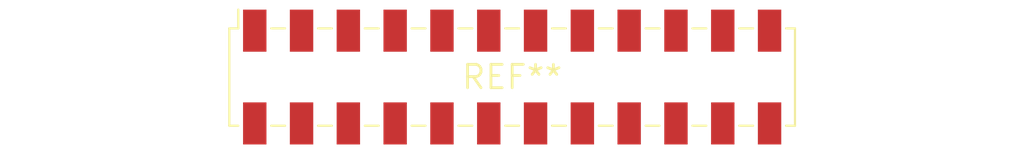
<source format=kicad_pcb>
(kicad_pcb (version 20240108) (generator pcbnew)
  (layers (0 "F.Cu" signal) (31 "B.Cu" signal) (34 "B.Paste" user) (35 "F.Paste" user) (36 "B.SilkS" user "B.Silkscreen") (37 "F.SilkS" user "F.Silkscreen") (38 "B.Mask" user) (39 "F.Mask" user) (44 "Edge.Cuts" user))
  (net 0 "")
  (footprint "Samtec_HLE-112-02-xxx-DV_2x12_P2.54mm_Horizontal" (layer "F.Cu") (at 0 0)
    (property "Reference" "REF**")
    (property "Value" "Samtec_HLE-112-02-xxx-DV_2x12_P2.54mm_Horizontal")
    (fp_line (start -15.35 -2.65) (end -15.35 2.65) (layer "F.SilkS") (stroke (width 0.12)))
    (fp_line (start -15.35 2.65) (end -14.865 2.65) (layer "F.SilkS") (stroke (width 0.12)))
    (fp_line (start -14.865 -3.67) (end -14.865 -2.65) (layer "F.SilkS") (stroke (width 0.12)))
    (fp_line (start -14.865 -2.65) (end -15.35 -2.65) (layer "F.SilkS") (stroke (width 0.12)))
    (fp_line (start -13.075 -2.65) (end -12.325 -2.65) (layer "F.SilkS") (stroke (width 0.12)))
    (fp_line (start -13.075 2.65) (end -12.325 2.65) (layer "F.SilkS") (stroke (width 0.12)))
    (fp_line (start -10.535 -2.65) (end -9.785 -2.65) (layer "F.SilkS") (stroke (width 0.12)))
    (fp_line (start -10.535 2.65) (end -9.785 2.65) (layer "F.SilkS") (stroke (width 0.12)))
    (fp_line (start -7.995 -2.65) (end -7.245 -2.65) (layer "F.SilkS") (stroke (width 0.12)))
    (fp_line (start -7.995 2.65) (end -7.245 2.65) (layer "F.SilkS") (stroke (width 0.12)))
    (fp_line (start -5.455 -2.65) (end -4.705 -2.65) (layer "F.SilkS") (stroke (width 0.12)))
    (fp_line (start -5.455 2.65) (end -4.705 2.65) (layer "F.SilkS") (stroke (width 0.12)))
    (fp_line (start -2.915 -2.65) (end -2.165 -2.65) (layer "F.SilkS") (stroke (width 0.12)))
    (fp_line (start -2.915 2.65) (end -2.165 2.65) (layer "F.SilkS") (stroke (width 0.12)))
    (fp_line (start -0.375 -2.65) (end 0.375 -2.65) (layer "F.SilkS") (stroke (width 0.12)))
    (fp_line (start -0.375 2.65) (end 0.375 2.65) (layer "F.SilkS") (stroke (width 0.12)))
    (fp_line (start 2.165 -2.65) (end 2.915 -2.65) (layer "F.SilkS") (stroke (width 0.12)))
    (fp_line (start 2.165 2.65) (end 2.915 2.65) (layer "F.SilkS") (stroke (width 0.12)))
    (fp_line (start 4.705 -2.65) (end 5.455 -2.65) (layer "F.SilkS") (stroke (width 0.12)))
    (fp_line (start 4.705 2.65) (end 5.455 2.65) (layer "F.SilkS") (stroke (width 0.12)))
    (fp_line (start 7.245 -2.65) (end 7.995 -2.65) (layer "F.SilkS") (stroke (width 0.12)))
    (fp_line (start 7.245 2.65) (end 7.995 2.65) (layer "F.SilkS") (stroke (width 0.12)))
    (fp_line (start 9.785 -2.65) (end 10.535 -2.65) (layer "F.SilkS") (stroke (width 0.12)))
    (fp_line (start 9.785 2.65) (end 10.535 2.65) (layer "F.SilkS") (stroke (width 0.12)))
    (fp_line (start 12.325 -2.65) (end 13.075 -2.65) (layer "F.SilkS") (stroke (width 0.12)))
    (fp_line (start 12.325 2.65) (end 13.075 2.65) (layer "F.SilkS") (stroke (width 0.12)))
    (fp_line (start 14.865 -2.65) (end 15.35 -2.65) (layer "F.SilkS") (stroke (width 0.12)))
    (fp_line (start 15.35 -2.65) (end 15.35 2.65) (layer "F.SilkS") (stroke (width 0.12)))
    (fp_line (start 15.35 2.65) (end 14.865 2.65) (layer "F.SilkS") (stroke (width 0.12)))
    (pad "1" smd rect (at -13.97 -2.525) (size 1.27 2.29) (layers "F.Cu" "F.Paste" "F.Mask"))
    (pad "2" smd rect (at -13.97 2.525) (size 1.27 2.29) (layers "F.Cu" "F.Paste" "F.Mask"))
    (pad "3" smd rect (at -11.43 -2.525) (size 1.27 2.29) (layers "F.Cu" "F.Paste" "F.Mask"))
    (pad "4" smd rect (at -11.43 2.525) (size 1.27 2.29) (layers "F.Cu" "F.Paste" "F.Mask"))
    (pad "5" smd rect (at -8.89 -2.525) (size 1.27 2.29) (layers "F.Cu" "F.Paste" "F.Mask"))
    (pad "6" smd rect (at -8.89 2.525) (size 1.27 2.29) (layers "F.Cu" "F.Paste" "F.Mask"))
    (pad "7" smd rect (at -6.35 -2.525) (size 1.27 2.29) (layers "F.Cu" "F.Paste" "F.Mask"))
    (pad "8" smd rect (at -6.35 2.525) (size 1.27 2.29) (layers "F.Cu" "F.Paste" "F.Mask"))
    (pad "9" smd rect (at -3.81 -2.525) (size 1.27 2.29) (layers "F.Cu" "F.Paste" "F.Mask"))
    (pad "10" smd rect (at -3.81 2.525) (size 1.27 2.29) (layers "F.Cu" "F.Paste" "F.Mask"))
    (pad "11" smd rect (at -1.27 -2.525) (size 1.27 2.29) (layers "F.Cu" "F.Paste" "F.Mask"))
    (pad "12" smd rect (at -1.27 2.525) (size 1.27 2.29) (layers "F.Cu" "F.Paste" "F.Mask"))
    (pad "13" smd rect (at 1.27 -2.525) (size 1.27 2.29) (layers "F.Cu" "F.Paste" "F.Mask"))
    (pad "14" smd rect (at 1.27 2.525) (size 1.27 2.29) (layers "F.Cu" "F.Paste" "F.Mask"))
    (pad "15" smd rect (at 3.81 -2.525) (size 1.27 2.29) (layers "F.Cu" "F.Paste" "F.Mask"))
    (pad "16" smd rect (at 3.81 2.525) (size 1.27 2.29) (layers "F.Cu" "F.Paste" "F.Mask"))
    (pad "17" smd rect (at 6.35 -2.525) (size 1.27 2.29) (layers "F.Cu" "F.Paste" "F.Mask"))
    (pad "18" smd rect (at 6.35 2.525) (size 1.27 2.29) (layers "F.Cu" "F.Paste" "F.Mask"))
    (pad "19" smd rect (at 8.89 -2.525) (size 1.27 2.29) (layers "F.Cu" "F.Paste" "F.Mask"))
    (pad "20" smd rect (at 8.89 2.525) (size 1.27 2.29) (layers "F.Cu" "F.Paste" "F.Mask"))
    (pad "21" smd rect (at 11.43 -2.525) (size 1.27 2.29) (layers "F.Cu" "F.Paste" "F.Mask"))
    (pad "22" smd rect (at 11.43 2.525) (size 1.27 2.29) (layers "F.Cu" "F.Paste" "F.Mask"))
    (pad "23" smd rect (at 13.97 -2.525) (size 1.27 2.29) (layers "F.Cu" "F.Paste" "F.Mask"))
    (pad "24" smd rect (at 13.97 2.525) (size 1.27 2.29) (layers "F.Cu" "F.Paste" "F.Mask"))
  )
)
</source>
